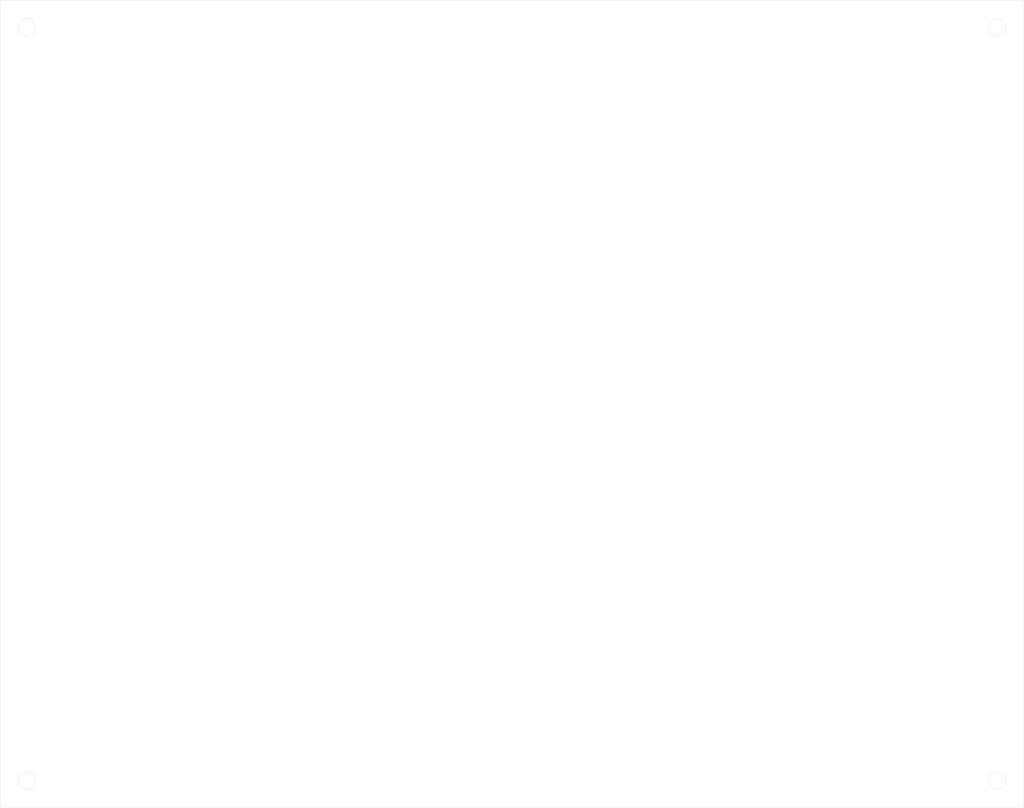
<source format=kicad_pcb>
(kicad_pcb
	(version 20240108)
	(generator "pcbnew")
	(generator_version "8.0")
	(general
		(thickness 1.6)
		(legacy_teardrops no)
	)
	(paper "A4")
	(layers
		(0 "F.Cu" signal)
		(31 "B.Cu" signal)
		(32 "B.Adhes" user "B.Adhesive")
		(33 "F.Adhes" user "F.Adhesive")
		(34 "B.Paste" user)
		(35 "F.Paste" user)
		(36 "B.SilkS" user "B.Silkscreen")
		(37 "F.SilkS" user "F.Silkscreen")
		(38 "B.Mask" user)
		(39 "F.Mask" user)
		(40 "Dwgs.User" user "User.Drawings")
		(41 "Cmts.User" user "User.Comments")
		(42 "Eco1.User" user "User.Eco1")
		(43 "Eco2.User" user "User.Eco2")
		(44 "Edge.Cuts" user)
		(45 "Margin" user)
		(46 "B.CrtYd" user "B.Courtyard")
		(47 "F.CrtYd" user "F.Courtyard")
		(48 "B.Fab" user)
		(49 "F.Fab" user)
		(50 "User.1" user)
		(51 "User.2" user)
		(52 "User.3" user)
		(53 "User.4" user)
		(54 "User.5" user)
		(55 "User.6" user)
		(56 "User.7" user)
		(57 "User.8" user)
		(58 "User.9" user)
	)
	(setup
		(pad_to_mask_clearance 0)
		(allow_soldermask_bridges_in_footprints no)
		(pcbplotparams
			(layerselection 0x00010fc_ffffffff)
			(plot_on_all_layers_selection 0x0000000_00000000)
			(disableapertmacros no)
			(usegerberextensions no)
			(usegerberattributes yes)
			(usegerberadvancedattributes yes)
			(creategerberjobfile yes)
			(dashed_line_dash_ratio 12.000000)
			(dashed_line_gap_ratio 3.000000)
			(svgprecision 4)
			(plotframeref no)
			(viasonmask no)
			(mode 1)
			(useauxorigin no)
			(hpglpennumber 1)
			(hpglpenspeed 20)
			(hpglpendiameter 15.000000)
			(pdf_front_fp_property_popups yes)
			(pdf_back_fp_property_popups yes)
			(dxfpolygonmode yes)
			(dxfimperialunits yes)
			(dxfusepcbnewfont yes)
			(psnegative no)
			(psa4output no)
			(plotreference yes)
			(plotvalue yes)
			(plotfptext yes)
			(plotinvisibletext no)
			(sketchpadsonfab no)
			(subtractmaskfromsilk no)
			(outputformat 1)
			(mirror no)
			(drillshape 1)
			(scaleselection 1)
			(outputdirectory "")
		)
	)
	(net 0 "")
	(gr_rect
		(start 0 0)
		(end 190 150)
		(stroke
			(width 0.05)
			(type default)
		)
		(fill none)
		(layer "Edge.Cuts")
		(uuid "25dec87f-1a31-4d02-8091-9f5731dbc570")
	)
	(gr_circle
		(center 185 5)
		(end 186.6 5)
		(stroke
			(width 0.05)
			(type default)
		)
		(fill none)
		(layer "Edge.Cuts")
		(uuid "602dcd7a-b63d-42c5-9fc5-752c30a7c8f5")
	)
	(gr_circle
		(center 5 145)
		(end 6.6 145)
		(stroke
			(width 0.05)
			(type default)
		)
		(fill none)
		(layer "Edge.Cuts")
		(uuid "64499c63-6b7b-4086-8b6d-cfea1358909f")
	)
	(gr_circle
		(center 185 145)
		(end 186.6 145)
		(stroke
			(width 0.05)
			(type default)
		)
		(fill none)
		(layer "Edge.Cuts")
		(uuid "973994f4-c541-48d2-a7bf-7973510d5eff")
	)
	(gr_circle
		(center 5 5)
		(end 6.6 5)
		(stroke
			(width 0.05)
			(type default)
		)
		(fill none)
		(layer "Edge.Cuts")
		(uuid "f364839a-a3b7-436d-baa3-b2976bb50826")
	)
)
</source>
